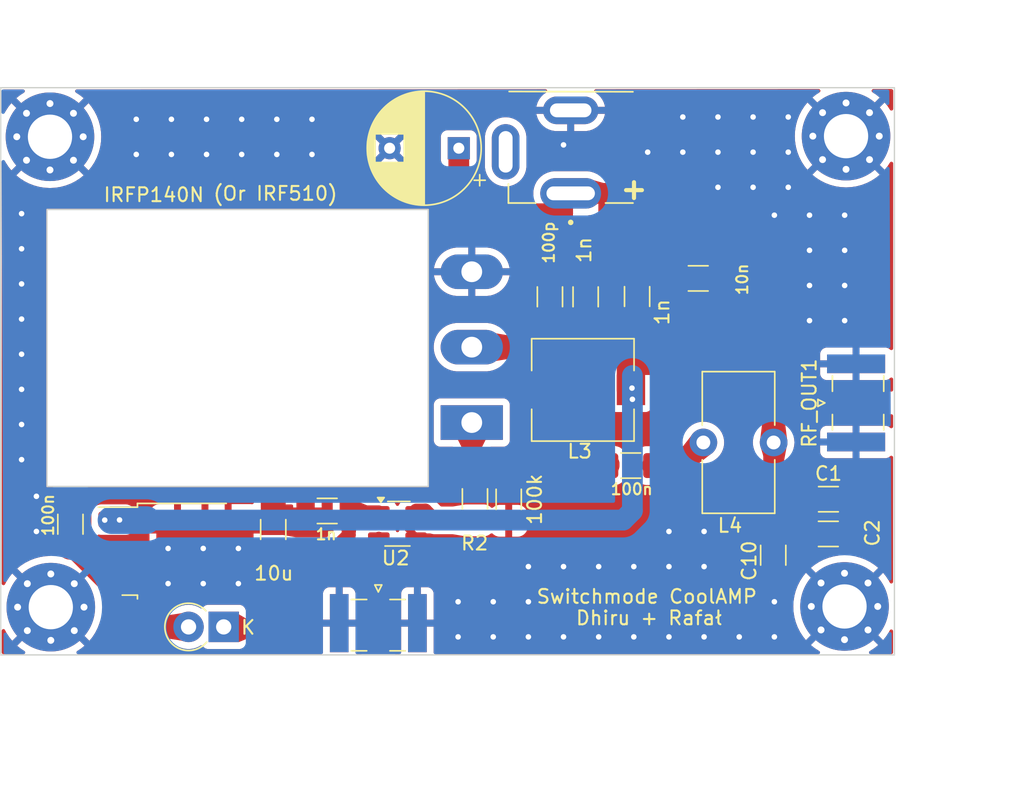
<source format=kicad_pcb>
(kicad_pcb (version 20240108) (generator "pcbnew") (generator_version "8.0")
  (layers (0 "F.Cu" signal) (31 "B.Cu" signal) (35 "F.Paste" user) (37 "F.SilkS" user "F.Silkscreen") (38 "B.Mask" user) (39 "F.Mask" user) (44 "Edge.Cuts" user))
  (net 0 "")
  (net 1 "GND")
  (net 2 "+VDC")
  (net 3 "Net-(Q1-G)")
  (net 4 "Net-(C7-Pad1)")
  (net 5 "/DRAIN")
  (net 6 "Net-(RF_OUT1-In)")
  (net 8 "Net-(D1-A)")
  (net 9 "11.5V")
  (net 10 "Net-(U2-OUT)")
  (net 11 "Net-(RF_IN1-In)")
  (footprint "Capacitor_SMD:C_1206_3216Metric_Pad1.33x1.80mm_HandSolder" (layer "F.Cu") (at 188.19 89.99 180)
    (property "Reference" "C7" (hide yes))
    (property "Value" "100n" (at -0.07 -1.71 0) (layer "F.SilkS") (effects (font (size 0.8 0.8))))
    (pad "1" smd roundrect (at -1.5625 0 180) (size 1.325 1.8) (layers "F.Cu" "F.Paste" "F.Mask") (roundrect_rratio 0.1886792453) (net 4 "Net-(C7-Pad1)"))
    (pad "2" smd roundrect (at 1.5625 0 180) (size 1.325 1.8) (layers "F.Cu" "F.Paste" "F.Mask") (roundrect_rratio 0.1886792453) (net 5 "/DRAIN"))
  )
  (footprint "Inductor_THT:L_Toroid_Vertical_L10.0mm_W5.0mm_P5.08mm" (layer "F.Cu") (at 193.44 88.32 90)
    (property "Reference" "L4" (at -6 1.92 180) (layer "F.SilkS"))
    (property "Value" "240n" (hide yes))
    (pad "1" thru_hole circle (at 0 0 90) (size 2 2) (drill 1) (layers "*.Cu" "*.Mask") (net 4 "Net-(C7-Pad1)"))
    (pad "2" thru_hole circle (at 0 5.08 90) (size 2 2) (drill 1) (layers "*.Cu" "*.Mask") (net 6 "Net-(RF_OUT1-In)"))
  )
  (footprint "MountingHole:MountingHole_3.2mm_M3_Pad_Via" (layer "F.Cu") (at 146.272944 100.222944)
    (property "Reference" "H3" (hide yes))
    (property "Value" "MountingHole_Pad" (hide yes))
    (pad "1" thru_hole circle (at -2.4 0) (size 0.8 0.8) (drill 0.5) (layers "*.Cu" "*.Mask") (net 1 "GND"))
    (pad "1" thru_hole circle (at -1.697056 -1.697056) (size 0.8 0.8) (drill 0.5) (layers "*.Cu" "*.Mask") (net 1 "GND"))
    (pad "1" thru_hole circle (at -1.697056 1.697056) (size 0.8 0.8) (drill 0.5) (layers "*.Cu" "*.Mask") (net 1 "GND"))
    (pad "1" thru_hole circle (at 0 -2.4) (size 0.8 0.8) (drill 0.5) (layers "*.Cu" "*.Mask") (net 1 "GND"))
    (pad "1" thru_hole circle (at 0 0) (size 6.4 6.4) (drill 3.2) (layers "*.Cu" "*.Mask") (net 1 "GND"))
    (pad "1" thru_hole circle (at 0 2.4) (size 0.8 0.8) (drill 0.5) (layers "*.Cu" "*.Mask") (net 1 "GND"))
    (pad "1" thru_hole circle (at 1.697056 -1.697056) (size 0.8 0.8) (drill 0.5) (layers "*.Cu" "*.Mask") (net 1 "GND"))
    (pad "1" thru_hole circle (at 1.697056 1.697056) (size 0.8 0.8) (drill 0.5) (layers "*.Cu" "*.Mask") (net 1 "GND"))
    (pad "1" thru_hole circle (at 2.4 0) (size 0.8 0.8) (drill 0.5) (layers "*.Cu" "*.Mask") (net 1 "GND"))
  )
  (footprint "Capacitor_SMD:C_1206_3216Metric_Pad1.33x1.80mm_HandSolder" (layer "F.Cu") (at 184.93 77.7925 -90)
    (property "Reference" "C17" (hide yes))
    (property "Value" "1n" (at -3.3825 0.11 90) (layer "F.SilkS"))
    (pad "1" smd roundrect (at -1.5625 0 270) (size 1.325 1.8) (layers "F.Cu" "F.Paste" "F.Mask") (roundrect_rratio 0.1886792453) (net 2 "+VDC"))
    (pad "2" smd roundrect (at 1.5625 0 270) (size 1.325 1.8) (layers "F.Cu" "F.Paste" "F.Mask") (roundrect_rratio 0.1886792453) (net 1 "GND"))
  )
  (footprint "Connector_Coaxial:SMA_Samtec_SMA-J-P-X-ST-EM1_EdgeMount" (layer "F.Cu") (at 204.4775 85.46 90)
    (property "Reference" "RF_OUT1" (at -0.02 -3.3775 90) (layer "F.SilkS"))
    (property "Value" "SMA" (hide yes))
    (pad "1" smd rect (at 0 0.2 90) (size 1.27 3.6) (layers "F.Cu" "F.Paste" "F.Mask") (net 6 "Net-(RF_OUT1-In)"))
    (pad "2" smd rect (at -2.825 0 90) (size 1.35 4.2) (layers "F.Cu" "F.Paste" "F.Mask") (net 1 "GND"))
    (pad "2" smd rect (at -2.825 0 90) (size 1.35 4.2) (layers "B.Cu" "B.Paste" "B.Mask") (net 1 "GND"))
    (pad "2" smd rect (at 2.825 0 90) (size 1.35 4.2) (layers "F.Cu" "F.Paste" "F.Mask") (net 1 "GND"))
    (pad "2" smd rect (at 2.825 0 90) (size 1.35 4.2) (layers "B.Cu" "B.Paste" "B.Mask") (net 1 "GND"))
  )
  (footprint "Capacitor_SMD:C_1206_3216Metric_Pad1.33x1.80mm_HandSolder" (layer "F.Cu") (at 188.65 77.77 -90)
    (property "Reference" "C14" (hide yes))
    (property "Value" "1n" (at 1.13 -1.81 90) (layer "F.SilkS"))
    (pad "1" smd roundrect (at -1.5625 0 270) (size 1.325 1.8) (layers "F.Cu" "F.Paste" "F.Mask") (roundrect_rratio 0.1886792453) (net 2 "+VDC"))
    (pad "2" smd roundrect (at 1.5625 0 270) (size 1.325 1.8) (layers "F.Cu" "F.Paste" "F.Mask") (roundrect_rratio 0.1886792453) (net 1 "GND"))
  )
  (footprint "footprints:XKB_DC-005-5A-2.0_Modded" (layer "F.Cu") (at 183.85 64.3125 -90)
    (property "Reference" "Power1" (hide yes))
    (property "Value" "DC-005 (Barrel Jack)" (hide yes))
    (pad "1" thru_hole oval (at 6 0 270) (size 2.2 4.4) (drill oval 1 3.5) (layers "*.Cu" "*.Mask") (net 2 "+VDC"))
    (pad "2" thru_hole oval (at 0 0 270) (size 2 4) (drill oval 1 3) (layers "*.Cu" "*.Mask") (net 1 "GND"))
    (pad "3" thru_hole oval (at 3 4.7 270) (size 4 2) (drill oval 3 1) (layers "*.Cu" "*.Mask"))
  )
  (footprint "Capacitor_THT:CP_Radial_D8.0mm_P5.00mm" (layer "F.Cu") (at 175.762651 67.05 180)
    (property "Reference" "C15" (hide yes))
    (property "Value" "330u")
    (pad "1" thru_hole rect (at 0 0 180) (size 1.6 1.6) (drill 0.8) (layers "*.Cu" "*.Mask") (net 2 "+VDC"))
    (pad "2" thru_hole circle (at 5 0 180) (size 1.6 1.6) (drill 0.8) (layers "*.Cu" "*.Mask") (net 1 "GND"))
  )
  (footprint "Capacitor_SMD:C_1206_3216Metric_Pad1.33x1.80mm_HandSolder" (layer "F.Cu") (at 162.35 94.61 90)
    (property "Reference" "C9" (hide yes))
    (property "Value" "10u" (at -3.17 0.04 0) (layer "F.SilkS"))
    (pad "1" smd roundrect (at -1.5625 0 90) (size 1.325 1.8) (layers "F.Cu" "F.Paste" "F.Mask") (roundrect_rratio 0.1886792453) (net 9 "11.5V"))
    (pad "2" smd roundrect (at 1.5625 0 90) (size 1.325 1.8) (layers "F.Cu" "F.Paste" "F.Mask") (roundrect_rratio 0.1886792453) (net 1 "GND"))
  )
  (footprint "Capacitor_SMD:C_1206_3216Metric_Pad1.33x1.80mm_HandSolder" (layer "F.Cu") (at 166.25 93.27 180)
    (property "Reference" "C4" (hide yes))
    (property "Value" "1n" (at 0.0775 -1.69 0) (layer "F.SilkS") (effects (font (size 0.8 0.8))))
    (pad "1" smd roundrect (at -1.5625 0 180) (size 1.325 1.8) (layers "F.Cu" "F.Paste" "F.Mask") (roundrect_rratio 0.1886792453) (net 9 "11.5V"))
    (pad "2" smd roundrect (at 1.5625 0 180) (size 1.325 1.8) (layers "F.Cu" "F.Paste" "F.Mask") (roundrect_rratio 0.1886792453) (net 1 "GND"))
  )
  (footprint "footprints:TO-252-2-Longer" (layer "F.Cu") (at 155.845 96.175)
    (property "Reference" "U1" (hide yes))
    (property "Value" "78M12" (hide yes))
    (pad "1" smd roundrect (at -5.04 -2.28) (size 2.2 1.2) (layers "F.Cu" "F.Paste" "F.Mask") (roundrect_rratio 0.2083333333) (net 2 "+VDC"))
    (pad "2" smd roundrect (at -0.415 -1.525) (size 3.05 2.75) (layers "F.Cu" "F.Paste") (roundrect_rratio 0.09090909091) (net 1 "GND"))
    (pad "2" smd roundrect (at -0.415 1.525) (size 3.05 2.75) (layers "F.Cu" "F.Paste") (roundrect_rratio 0.09090909091) (net 1 "GND"))
    (pad "2" smd roundrect (at 1.57 0) (size 7.02 5.8) (layers "F.Cu" "F.Mask") (roundrect_rratio 0.04310293103) (net 1 "GND"))
    (pad "2" smd roundrect (at 3.245 -1.525) (size 3.67 2.75) (layers "F.Cu" "F.Paste") (roundrect_rratio 0.09090909091) (net 1 "GND"))
    (pad "2" smd roundrect (at 3.245 1.525) (size 3.67 2.75) (layers "F.Cu" "F.Paste") (roundrect_rratio 0.09090909091) (net 1 "GND"))
    (pad "3" smd roundrect (at -5.04 2.28) (size 2.2 1.2) (layers "F.Cu" "F.Paste" "F.Mask") (roundrect_rratio 0.2083333333) (net 8 "Net-(D1-A)"))
  )
  (footprint "MountingHole:MountingHole_3.2mm_M3_Pad_Via" (layer "F.Cu") (at 203.642944 100.172944)
    (property "Reference" "H4" (hide yes))
    (property "Value" "MountingHole_Pad" (hide yes))
    (pad "1" thru_hole circle (at -2.4 0) (size 0.8 0.8) (drill 0.5) (layers "*.Cu" "*.Mask") (net 1 "GND"))
    (pad "1" thru_hole circle (at -1.697056 -1.697056) (size 0.8 0.8) (drill 0.5) (layers "*.Cu" "*.Mask") (net 1 "GND"))
    (pad "1" thru_hole circle (at -1.697056 1.697056) (size 0.8 0.8) (drill 0.5) (layers "*.Cu" "*.Mask") (net 1 "GND"))
    (pad "1" thru_hole circle (at 0 -2.4) (size 0.8 0.8) (drill 0.5) (layers "*.Cu" "*.Mask") (net 1 "GND"))
    (pad "1" thru_hole circle (at 0 0) (size 6.4 6.4) (drill 3.2) (layers "*.Cu" "*.Mask") (net 1 "GND"))
    (pad "1" thru_hole circle (at 0 2.4) (size 0.8 0.8) (drill 0.5) (layers "*.Cu" "*.Mask") (net 1 "GND"))
    (pad "1" thru_hole circle (at 1.697056 -1.697056) (size 0.8 0.8) (drill 0.5) (layers "*.Cu" "*.Mask") (net 1 "GND"))
    (pad "1" thru_hole circle (at 1.697056 1.697056) (size 0.8 0.8) (drill 0.5) (layers "*.Cu" "*.Mask") (net 1 "GND"))
    (pad "1" thru_hole circle (at 2.4 0) (size 0.8 0.8) (drill 0.5) (layers "*.Cu" "*.Mask") (net 1 "GND"))
  )
  (footprint "Capacitor_SMD:C_1206_3216Metric_Pad1.33x1.80mm_HandSolder" (layer "F.Cu") (at 202.48 92.42)
    (property "Reference" "C1" (at 0 -1.85 0) (layer "F.SilkS"))
    (property "Value" "470p" (hide yes))
    (pad "1" smd roundrect (at -1.5625 0) (size 1.325 1.8) (layers "F.Cu" "F.Paste" "F.Mask") (roundrect_rratio 0.1886792453) (net 6 "Net-(RF_OUT1-In)"))
    (pad "2" smd roundrect (at 1.5625 0) (size 1.325 1.8) (layers "F.Cu" "F.Paste" "F.Mask") (roundrect_rratio 0.1886792453) (net 1 "GND"))
  )
  (footprint "Connector_Coaxial:SMA_Samtec_SMA-J-P-X-ST-EM1_EdgeMount" (layer "F.Cu") (at 169.945 101.38)
    (property "Reference" "RF_IN1" (hide yes))
    (property "Value" "SMA" (hide yes))
    (pad "1" smd rect (at 0 0.2) (size 1.27 3.6) (layers "F.Cu" "F.Paste" "F.Mask") (net 11 "Net-(RF_IN1-In)"))
    (pad "2" smd rect (at -2.825 0) (size 1.35 4.2) (layers "F.Cu" "F.Paste" "F.Mask") (net 1 "GND"))
    (pad "2" smd rect (at -2.825 0) (size 1.35 4.2) (layers "B.Cu" "B.Paste" "B.Mask") (net 1 "GND"))
    (pad "2" smd rect (at 2.825 0) (size 1.35 4.2) (layers "F.Cu" "F.Paste" "F.Mask") (net 1 "GND"))
    (pad "2" smd rect (at 2.825 0) (size 1.35 4.2) (layers "B.Cu" "B.Paste" "B.Mask") (net 1 "GND"))
  )
  (footprint "footprints:TO-247-3_Horizontal_TabDown_Modded" (layer "F.Cu") (at 176.7 86.88 90)
    (property "Reference" "Q1" (hide yes))
    (property "Value" "IRFP140N" (at 16.46 -22.98 180) (layer "F.SilkS"))
    (pad "" np_thru_hole oval (at 5.45 -19.86 90) (size 3.6 3.6) (drill 3.6) (layers "*.Cu" "*.Mask"))
    (pad "1" thru_hole rect (at 0 0 90) (size 2.5 4.5) (drill 1.5) (layers "*.Cu" "*.Mask") (net 3 "Net-(Q1-G)"))
    (pad "2" thru_hole oval (at 5.45 0 90) (size 2.5 4.5) (drill 1.5) (layers "*.Cu" "*.Mask") (net 5 "/DRAIN"))
    (pad "3" thru_hole oval (at 10.9 0 90) (size 2.5 4.5) (drill 1.5) (layers "*.Cu" "*.Mask") (net 1 "GND"))
  )
  (footprint "Capacitor_SMD:C_1206_3216Metric_Pad1.33x1.80mm_HandSolder" (layer "F.Cu") (at 182.35 77.79 90)
    (property "Reference" "C3" (hide yes))
    (property "Value" "100p" (at 3.92 -0.08 90) (layer "F.SilkS") (effects (font (size 0.8 0.8))))
    (pad "1" smd roundrect (at -1.5625 0 90) (size 1.325 1.8) (layers "F.Cu" "F.Paste" "F.Mask") (roundrect_rratio 0.1886792453) (net 5 "/DRAIN"))
    (pad "2" smd roundrect (at 1.5625 0 90) (size 1.325 1.8) (layers "F.Cu" "F.Paste" "F.Mask") (roundrect_rratio 0.1886792453) (net 1 "GND"))
  )
  (footprint "Diode_THT:D_DO-41_SOD81_P2.54mm_Vertical_KathodeUp" (layer "F.Cu") (at 158.768234 101.65 180)
    (property "Reference" "D1" (hide yes))
    (property "Value" "1N4007" (hide yes))
    (fp_text user "K" (at -1.761766 -0.04 180) (layer "F.SilkS"))
    (pad "1" thru_hole rect (at 0 0 180) (size 2.2 2.2) (drill 1.1) (layers "*.Cu" "*.Mask") (net 9 "11.5V"))
    (pad "2" thru_hole oval (at 2.54 0 180) (size 2.2 2.2) (drill 1.1) (layers "*.Cu" "*.Mask") (net 8 "Net-(D1-A)"))
  )
  (footprint "Package_TO_SOT_SMD:SOT-23-5_HandSoldering" (layer "F.Cu") (at 171.33 94.1925)
    (property "Reference" "U2" (at -0.13 2.4875 0) (layer "F.SilkS"))
    (property "Value" "UCC27517DBVR" (hide yes))
    (pad "1" smd roundrect (at -1.35 -0.95) (size 1.56 0.65) (layers "F.Cu" "F.Paste" "F.Mask") (net 9 "11.5V"))
    (pad "2" smd roundrect (at -1.35 0) (size 1.56 0.65) (layers "F.Cu" "F.Paste" "F.Mask") (net 1 "GND"))
    (pad "3" smd roundrect (at -1.35 0.95) (size 1.56 0.65) (layers "F.Cu" "F.Paste" "F.Mask") (net 11 "Net-(RF_IN1-In)"))
    (pad "4" smd roundrect (at 1.35 0.95) (size 1.56 0.65) (layers "F.Cu" "F.Paste" "F.Mask") (net 1 "GND"))
    (pad "5" smd roundrect (at 1.35 -0.95) (size 1.56 0.65) (layers "F.Cu" "F.Paste" "F.Mask") (net 10 "Net-(U2-OUT)"))
  )
  (footprint "Capacitor_SMD:C_1206_3216Metric_Pad1.33x1.80mm_HandSolder" (layer "F.Cu") (at 193.07 76.46)
    (property "Reference" "C6" (hide yes))
    (property "Value" "10n" (at 3.18 0.07 90) (layer "F.SilkS") (effects (font (size 0.8 0.8))))
    (pad "1" smd roundrect (at -1.5625 0) (size 1.325 1.8) (layers "F.Cu" "F.Paste" "F.Mask") (roundrect_rratio 0.1886792453) (net 2 "+VDC"))
    (pad "2" smd roundrect (at 1.5625 0) (size 1.325 1.8) (layers "F.Cu" "F.Paste" "F.Mask") (roundrect_rratio 0.1886792453) (net 1 "GND"))
  )
  (footprint "MountingHole:MountingHole_3.2mm_M3_Pad_Via" (layer "F.Cu") (at 146.212944 66.222944)
    (property "Reference" "H1" (hide yes))
    (property "Value" "MountingHole_Pad" (hide yes))
    (pad "1" thru_hole circle (at -2.4 0) (size 0.8 0.8) (drill 0.5) (layers "*.Cu" "*.Mask") (net 1 "GND"))
    (pad "1" thru_hole circle (at -1.697056 -1.697056) (size 0.8 0.8) (drill 0.5) (layers "*.Cu" "*.Mask") (net 1 "GND"))
    (pad "1" thru_hole circle (at -1.697056 1.697056) (size 0.8 0.8) (drill 0.5) (layers "*.Cu" "*.Mask") (net 1 "GND"))
    (pad "1" thru_hole circle (at 0 -2.4) (size 0.8 0.8) (drill 0.5) (layers "*.Cu" "*.Mask") (net 1 "GND"))
    (pad "1" thru_hole circle (at 0 0) (size 6.4 6.4) (drill 3.2) (layers "*.Cu" "*.Mask") (net 1 "GND"))
    (pad "1" thru_hole circle (at 0 2.4) (size 0.8 0.8) (drill 0.5) (layers "*.Cu" "*.Mask") (net 1 "GND"))
    (pad "1" thru_hole circle (at 1.697056 -1.697056) (size 0.8 0.8) (drill 0.5) (layers "*.Cu" "*.Mask") (net 1 "GND"))
    (pad "1" thru_hole circle (at 1.697056 1.697056) (size 0.8 0.8) (drill 0.5) (layers "*.Cu" "*.Mask") (net 1 "GND"))
    (pad "1" thru_hole circle (at 2.4 0) (size 0.8 0.8) (drill 0.5) (layers "*.Cu" "*.Mask") (net 1 "GND"))
  )
  (footprint "Capacitor_SMD:C_1206_3216Metric_Pad1.33x1.80mm_HandSolder" (layer "F.Cu") (at 202.4725 94.93)
    (property "Reference" "C2" (at 3.1875 -0.07 90) (layer "F.SilkS"))
    (property "Value" "Trim" (hide yes))
    (pad "1" smd roundrect (at -1.5625 0) (size 1.325 1.8) (layers "F.Cu" "F.Paste" "F.Mask") (roundrect_rratio 0.1886792453) (net 6 "Net-(RF_OUT1-In)"))
    (pad "2" smd roundrect (at 1.5625 0) (size 1.325 1.8) (layers "F.Cu" "F.Paste" "F.Mask") (roundrect_rratio 0.1886792453) (net 1 "GND"))
  )
  (footprint "Capacitor_SMD:C_1206_3216Metric_Pad1.33x1.80mm_HandSolder" (layer "F.Cu") (at 147.69 94.23 90)
    (property "Reference" "C8" (hide yes))
    (property "Value" "100n" (at 0.66 -1.61 270) (layer "F.SilkS") (effects (font (size 0.8 0.8))))
    (pad "1" smd roundrect (at -1.5625 0 90) (size 1.325 1.8) (layers "F.Cu" "F.Paste" "F.Mask") (roundrect_rratio 0.1886792453) (net 8 "Net-(D1-A)"))
    (pad "2" smd roundrect (at 1.5625 0 90) (size 1.325 1.8) (layers "F.Cu" "F.Paste" "F.Mask") (roundrect_rratio 0.1886792453) (net 1 "GND"))
  )
  (footprint "Capacitor_SMD:C_1206_3216Metric_Pad1.33x1.80mm_HandSolder" (layer "F.Cu") (at 198.49 96.47 -90)
    (property "Reference" "C10" (at 0.4 1.74 90) (layer "F.SilkS"))
    (property "Value" "Trim" (hide yes))
    (pad "1" smd roundrect (at -1.5625 0 270) (size 1.325 1.8) (layers "F.Cu" "F.Paste" "F.Mask") (roundrect_rratio 0.1886792453) (net 6 "Net-(RF_OUT1-In)"))
    (pad "2" smd roundrect (at 1.5625 0 270) (size 1.325 1.8) (layers "F.Cu" "F.Paste" "F.Mask") (roundrect_rratio 0.1886792453) (net 1 "GND"))
  )
  (footprint "MountingHole:MountingHole_3.2mm_M3_Pad_Via" (layer "F.Cu") (at 203.752944 66.177944)
    (property "Reference" "H2" (hide yes))
    (property "Value" "MountingHole_Pad" (hide yes))
    (pad "1" thru_hole circle (at -2.4 0) (size 0.8 0.8) (drill 0.5) (layers "*.Cu" "*.Mask") (net 1 "GND"))
    (pad "1" thru_hole circle (at -1.697056 -1.697056) (size 0.8 0.8) (drill 0.5) (layers "*.Cu" "*.Mask") (net 1 "GND"))
    (pad "1" thru_hole circle (at -1.697056 1.697056) (size 0.8 0.8) (drill 0.5) (layers "*.Cu" "*.Mask") (net 1 "GND"))
    (pad "1" thru_hole circle (at 0 -2.4) (size 0.8 0.8) (drill 0.5) (layers "*.Cu" "*.Mask") (net 1 "GND"))
    (pad "1" thru_hole circle (at 0 0) (size 6.4 6.4) (drill 3.2) (layers "*.Cu" "*.Mask") (net 1 "GND"))
    (pad "1" thru_hole circle (at 0 2.4) (size 0.8 0.8) (drill 0.5) (layers "*.Cu" "*.Mask") (net 1 "GND"))
    (pad "1" thru_hole circle (at 1.697056 -1.697056) (size 0.8 0.8) (drill 0.5) (layers "*.Cu" "*.Mask") (net 1 "GND"))
    (pad "1" thru_hole circle (at 1.697056 1.697056) (size 0.8 0.8) (drill 0.5) (layers "*.Cu" "*.Mask") (net 1 "GND"))
    (pad "1" thru_hole circle (at 2.4 0) (size 0.8 0.8) (drill 0.5) (layers "*.Cu" "*.Mask") (net 1 "GND"))
  )
  (footprint "Resistor_SMD:R_1206_3216Metric_Pad1.30x1.75mm_HandSolder" (layer "F.Cu") (at 176.93 92.4 -90)
    (property "Reference" "R2" (at 3.2 0.025 180) (layer "F.SilkS"))
    (property "Value" "3.3" (hide yes))
    (pad "1" smd roundrect (at -1.55 0 270) (size 1.3 1.75) (layers "F.Cu" "F.Paste" "F.Mask") (roundrect_rratio 0.1923076923) (net 3 "Net-(Q1-G)"))
    (pad "2" smd roundrect (at 1.55 0 270) (size 1.3 1.75) (layers "F.Cu" "F.Paste" "F.Mask") (roundrect_rratio 0.1923076923) (net 10 "Net-(U2-OUT)"))
  )
  (footprint "Resistor_SMD:R_1206_3216Metric_Pad1.30x1.75mm_HandSolder" (layer "F.Cu") (at 179.37 92.43 -90)
    (property "Reference" "R3" (hide yes))
    (property "Value" "100k" (at 0 -1.88 90) (layer "F.SilkS"))
    (pad "1" smd roundrect (at -1.55 0 270) (size 1.3 1.75) (layers "F.Cu" "F.Paste" "F.Mask") (roundrect_rratio 0.1923076923) (net 3 "Net-(Q1-G)"))
    (pad "2" smd roundrect (at 1.55 0 270) (size 1.3 1.75) (layers "F.Cu" "F.Paste" "F.Mask") (roundrect_rratio 0.1923076923) (net 1 "GND"))
  )
  (footprint "Inductor_SMD:L_7.3x7.3_H3.5" (layer "F.Cu") (at 184.73 84.52 180)
    (property "Reference" "L3" (at 0.23 -4.44 0) (layer "F.SilkS"))
    (property "Value" "ASPI-0630LR-2R2" (hide yes))
    (pad "1" smd rect (at -3.475 0 180) (size 2.05 2.2) (layers "F.Cu" "F.Paste" "F.Mask") (net 2 "+VDC"))
    (pad "2" smd rect (at 3.475 0 180) (size 2.05 2.2) (layers "F.Cu" "F.Paste" "F.Mask") (net 5 "/DRAIN"))
  )
  (gr_rect (start 142.65 62.675) (end 207.25 103.675) (stroke (width 0.1)) (fill none) (layer "Edge.Cuts"))
  (gr_rect (start 146 71.48) (end 173.55 91.5) (stroke (width 0.1)) (fill none) (layer "Edge.Cuts"))
  (gr_text "+" (at 187.3 70.85 0) (layer "F.SilkS") (effects (font (size 1.5 1.5) (thickness 0.3) (bold yes)) (justify left bottom)))
  (gr_text "(Or IRF510)" (at 157.93 70.91 0) (layer "F.SilkS") (effects (font (size 1 1)) (justify left bottom)))
  (gr_text "Dhiru + Rafał" (at 184.14 101.59 0) (layer "F.SilkS") (effects (font (size 1 1)) (justify left bottom)))
  (gr_text "Switchmode CoolAMP\n" (at 181.3 100.04 0) (layer "F.SilkS") (effects (font (size 1 1)) (justify left bottom)))
  (segment (start 171.73 94.1925) (end 172.68 95.1425) (width 0.5) (layer "F.Cu") (net 1))
  (segment (start 169.98 94.1925) (end 171.73 94.1925) (width 0.5) (layer "F.Cu") (net 1))
  (via (at 160.07 64.96) (size 0.8) (drill 0.4) (layers "F.Cu" "B.Cu") (net 1))
  (via (at 188.412114 102.37175) (size 0.8) (drill 0.4) (layers "F.Cu" "B.Cu") (net 1))
  (via (at 193.492114 97.29175) (size 0.8) (drill 0.4) (layers "F.Cu" "B.Cu") (net 1))
  (via (at 203.652114 76.97175) (size 0.8) (drill 0.4) (layers "F.Cu" "B.Cu") (net 1))
  (via (at 201.112114 79.51175) (size 0.8) (drill 0.4) (layers "F.Cu" "B.Cu") (net 1))
  (via (at 162.61 64.96) (size 0.8) (drill 0.4) (layers "F.Cu" "B.Cu") (net 1))
  (via (at 190.952114 102.37175) (size 0.8) (drill 0.4) (layers "F.Cu" "B.Cu") (net 1))
  (via (at 152.45 64.96) (size 0.8) (drill 0.4) (layers "F.Cu" "B.Cu") (net 1))
  (via (at 145.232114 92.21175) (size 0.8) (drill 0.4) (layers "F.Cu" "B.Cu") (net 1))
  (via (at 203.652114 74.43175) (size 0.8) (drill 0.4) (layers "F.Cu" "B.Cu") (net 1))
  (via (at 194.495 64.795) (size 0.8) (drill 0.4) (layers "F.Cu" "B.Cu") (net 1))
  (via (at 154.75 98.52) (size 0.8) (drill 0.4) (layers "F.Cu" "B.Cu") (net 1))
  (via (at 201.112114 74.43175) (size 0.8) (drill 0.4) (layers "F.Cu" "B.Cu") (net 1))
  (via (at 175.712114 102.37175) (size 0.8) (drill 0.4) (layers "F.Cu" "B.Cu") (net 1))
  (via (at 194.495 67.335) (size 0.8) (drill 0.4) (layers "F.Cu" "B.Cu") (net 1))
  (via (at 178.252114 99.83175) (size 0.8) (drill 0.4) (layers "F.Cu" "B.Cu") (net 1))
  (via (at 180.792114 102.37175) (size 0.8) (drill 0.4) (layers "F.Cu" "B.Cu") (net 1))
  (via (at 157.53 64.96) (size 0.8) (drill 0.4) (layers "F.Cu" "B.Cu") (net 1))
  (via (at 152.45 67.5) (size 0.8) (drill 0.4) (layers "F.Cu" "B.Cu") (net 1))
  (via (at 197.035 67.335) (size 0.8) (drill 0.4) (layers "F.Cu" "B.Cu") (net 1))
  (via (at 201.112114 76.97175) (size 0.8) (drill 0.4) (layers "F.Cu" "B.Cu") (net 1))
  (via (at 154.99 67.5) (size 0.8) (drill 0.4) (layers "F.Cu" "B.Cu") (net 1))
  (via (at 198.572114 71.89175) (size 0.8) (drill 0.4) (layers "F.Cu" "B.Cu") (net 1))
  (via (at 157.29 95.98) (size 0.8) (drill 0.4) (layers "F.Cu" "B.Cu") (net 1))
  (via (at 144.16 81.94) (size 0.8) (drill 0.4) (layers "F.Cu" "B.Cu") (net 1))
  (via (at 180.792114 97.29175) (size 0.8) (drill 0.4) (layers "F.Cu" "B.Cu") (net 1))
  (via (at 144.16 71.78) (size 0.8) (drill 0.4) (layers "F.Cu" "B.Cu") (net 1))
  (via (at 165.15 67.5) (size 0.8) (drill 0.4) (layers "F.Cu" "B.Cu") (net 1))
  (via (at 144.16 89.56) (size 0.8) (drill 0.4) (layers "F.Cu" "B.Cu") (net 1))
  (via (at 199.575 64.795) (size 0.8) (drill 0.4) (layers "F.Cu" "B.Cu") (net 1))
  (via (at 165.15 64.96) (size 0.8) (drill 0.4) (layers "F.Cu" "B.Cu") (net 1))
  (via (at 201.112114 71.89175) (size 0.8) (drill 0.4) (layers "F.Cu" "B.Cu") (net 1))
  (via (at 190.952114 97.29175) (size 0.8) (drill 0.4) (layers "F.Cu" "B.Cu") (net 1))
  (via (at 183.332114 102.37175) (size 0.8) (drill 0.4) (layers "F.Cu" "B.Cu") (net 1))
  (via (at 193.492114 102.37175) (size 0.8) (drill 0.4) (layers "F.Cu" "B.Cu") (net 1))
  (via (at 196.032114 102.37175) (size 0.8) (drill 0.4) (layers "F.Cu" "B.Cu") (net 1))
  (via (at 189.415 67.335) (size 0.8) (drill 0.4) (layers "F.Cu" "B.Cu") (net 1))
  (via (at 198.572114 99.83175) (size 0.8) (drill 0.4) (layers "F.Cu" "B.Cu") (net 1))
  (via (at 162.61 67.5) (size 0.8) (drill 0.4) (layers "F.Cu" "B.Cu") (net 1))
  (via (at 185.872114 97.29175) (size 0.8) (drill 0.4) (layers "F.Cu" "B.Cu") (net 1))
  (via (at 154.99 64.96) (size 0.8) (drill 0.4) (layers "F.Cu" "B.Cu") (net 1))
  (via (at 157.29 98.52) (size 0.8) (drill 0.4) (layers "F.Cu" "B.Cu") (net 1))
  (via (at 199.575 69.875) (size 0.8) (drill 0.4) (layers "F.Cu" "B.Cu") (net 1))
  (via (at 190.952114 94.75175) (size 0.8) (drill 0.4) (layers "F.Cu" "B.Cu") (net 1))
  (via (at 194.495 69.875) (size 0.8) (drill 0.4) (layers "F.Cu" "B.Cu") (net 1))
  (via (at 160.07 67.5) (size 0.8) (drill 0.4) (layers "F.Cu" "B.Cu") (net 1))
  (via (at 144.16 79.4) (size 0.8) (drill 0.4) (layers "F.Cu" "B.Cu") (net 1))
  (via (at 197.035 69.875) (size 0.8) (drill 0.4) (layers "F.Cu" "B.Cu") (net 1))
  (via (at 144.16 74.32) (size 0.8) (drill 0.4) (layers "F.Cu" "B.Cu") (net 1))
  (via (at 203.652114 79.51175) (size 0.8) (drill 0.4) (layers "F.Cu" "B.Cu") (net 1))
  (via (at 191.955 67.335) (size 0.8) (drill 0.4) (layers "F.Cu" "B.Cu") (net 1))
  (via (at 180.792114 99.83175) (size 0.8) (drill 0.4) (layers "F.Cu" "B.Cu") (net 1))
  (via (at 183.332114 66.81175) (size 0.8) (drill 0.4) (layers "F.Cu" "B.Cu") (net 1))
  (via (at 157.53 67.5) (size 0.8) (drill 0.4) (layers "F.Cu" "B.Cu") (net 1))
  (via (at 154.75 95.98) (size 0.8) (drill 0.4) (layers "F.Cu" "B.Cu") (net 1))
  (via (at 193.492114 94.75175) (size 0.8) (drill 0.4) (layers "F.Cu" "B.Cu") (net 1))
  (via (at 145.232114 94.75175) (size 0.8) (drill 0.4) (layers "F.Cu" "B.Cu") (net 1))
  (via (at 144.16 76.86) (size 0.8) (drill 0.4) (layers "F.Cu" "B.Cu") (net 1))
  (via (at 159.83 98.52) (size 0.8) (drill 0.4) (layers "F.Cu" "B.Cu") (net 1))
  (via (at 203.652114 71.89175) (size 0.8) (drill 0.4) (layers "F.Cu" "B.Cu") (net 1))
  (via (at 197.035 64.795) (size 0.8) (drill 0.4) (layers "F.Cu" "B.Cu") (net 1))
  (via (at 178.252114 102.37175) (size 0.8) (drill 0.4) (layers "F.Cu" "B.Cu") (net 1))
  (via (at 144.16 87.02) (size 0.8) (drill 0.4) (layers "F.Cu" "B.Cu") (net 1))
  (via (at 175.712114 99.83175) (size 0.8) (drill 0.4) (layers "F.Cu" "B.Cu") (net 1))
  (via (at 159.83 95.98) (size 0.8) (drill 0.4) (layers "F.Cu" "B.Cu") (net 1))
  (via (at 191.955 64.795) (size 0.8) (drill 0.4) (layers "F.Cu" "B.Cu") (net 1))
  (via (at 199.575 67.335) (size 0.8) (drill 0.4) (layers "F.Cu" "B.Cu") (net 1))
  (via (at 144.16 84.48) (size 0.8) (drill 0.4) (layers "F.Cu" "B.Cu") (net 1))
  (via (at 188.412114 97.29175) (size 0.8) (drill 0.4) (layers "F.Cu" "B.Cu") (net 1))
  (via (at 183.332114 97.29175) (size 0.8) (drill 0.4) (layers "F.Cu" "B.Cu") (net 1))
  (via (at 198.572114 102.37175) (size 0.8) (drill 0.4) (layers "F.Cu" "B.Cu") (net 1))
  (via (at 185.872114 102.37175) (size 0.8) (drill 0.4) (layers "F.Cu" "B.Cu") (net 1))
  (segment (start 191.255 76.2075) (end 191.5075 76.46) (width 1.5) (layer "F.Cu") (net 2))
  (segment (start 186.6 70.3525) (end 186.6 76.23) (width 1.5) (layer "F.Cu") (net 2))
  (segment (start 175.762651 67.05) (end 175.762651 71.262651) (width 1.5) (layer "F.Cu") (net 2))
  (segment (start 188.65 76.2075) (end 191.255 76.2075) (width 1.5) (layer "F.Cu") (net 2))
  (segment (start 191.5075 82.52) (end 191.3375 82.69) (width 1.5) (layer "F.Cu") (net 2))
  (segment (start 186.6 76.23) (end 187.47 76.23) (width 1.5) (layer "F.Cu") (net 2))
  (segment (start 183.27 70.8925) (end 183.85 70.3125) (width 1.5) (layer "F.Cu") (net 2))
  (segment (start 191.5075 76.46) (end 191.5075 82.52) (width 1.5) (layer "F.Cu") (net 2))
  (segment (start 183.27 71.79) (end 176.29 71.79) (width 1.5) (layer "F.Cu") (net 2))
  (segment (start 187.47 76.23) (end 187.5 76.2) (width 1.5) (layer "F.Cu") (net 2))
  (segment (start 187.47 76.23) (end 188.6275 76.23) (width 1.5) (layer "F.Cu") (net 2))
  (segment (start 187.93 82.69) (end 187.93 84.52) (width 1.5) (layer "F.Cu") (net 2))
  (segment (start 186.56 70.3125) (end 186.6 70.3525) (width 1.5) (layer "F.Cu") (net 2))
  (segment (start 175.762651 71.262651) (end 176.29 71.79) (width 1.5) (layer "F.Cu") (net 2))
  (segment (start 183.85 70.3125) (end 186.56 70.3125) (width 1.5) (layer "F.Cu") (net 2))
  (segment (start 183.27 71.79) (end 183.27 70.8925) (width 1.5) (layer "F.Cu") (net 2))
  (segment (start 184.93 76.23) (end 186.6 76.23) (width 1.5) (layer "F.Cu") (net 2))
  (segment (start 191.3375 82.69) (end 187.93 82.69) (width 1.5) (layer "F.Cu") (net 2))
  (via (at 188.31 85.2) (size 0.8) (drill 0.4) (layers "F.Cu" "B.Cu") (net 2))
  (via (at 188.28 84.39) (size 0.8) (drill 0.4) (layers "F.Cu" "B.Cu") (net 2))
  (via (at 151.24 93.92) (size 0.8) (drill 0.4) (layers "F.Cu" "B.Cu") (net 2))
  (via (at 150.17 93.93) (size 0.8) (drill 0.4) (layers "F.Cu" "B.Cu") (net 2))
  (segment (start 188.31 93.26175) (end 188.31 83.48) (width 1.5) (layer "B.Cu") (net 2))
  (segment (start 188.31 85.2) (end 188.31 93.26175) (width 1) (layer "B.Cu") (net 2))
  (segment (start 188.31 84.54) (end 188.28 84.39) (width 1) (layer "B.Cu") (net 2))
  (segment (start 153.19 93.93) (end 150.66 93.93) (width 2) (layer "B.Cu") (net 2))
  (segment (start 188.28 84.39) (end 188.31 85.2) (width 1) (layer "B.Cu") (net 2))
  (segment (start 153.19 93.93) (end 187.64175 93.93) (width 1.5) (layer "B.Cu") (net 2))
  (segment (start 187.64175 93.93) (end 188.31 93.26175) (width 1.5) (layer "B.Cu") (net 2))
  (segment (start 176.7 90.5) (end 177 90.8) (width 1) (layer "F.Cu") (net 3))
  (segment (start 176.93 90.85) (end 179.34 90.85) (width 1) (layer "F.Cu") (net 3))
  (segment (start 176.7 86.88) (end 176.7 90.5) (width 1) (layer "F.Cu") (net 3))
  (segment (start 191.77 89.99) (end 193.44 88.32) (width 1.5) (layer "F.Cu") (net 4))
  (segment (start 189.7525 89.99) (end 191.77 89.99) (width 1.5) (layer "F.Cu") (net 4))
  (segment (start 176.7 81.43) (end 181.44 81.43) (width 1.5) (layer "F.Cu") (net 5))
  (segment (start 182.35 79.3525) (end 181.8775 79.3525) (width 1.5) (layer "F.Cu") (net 5))
  (segment (start 181.53 81.52) (end 181.53 84.52) (width 1.5) (layer "F.Cu") (net 5))
  (segment (start 181.44 81.43) (end 181.53 81.52) (width 1.5) (layer "F.Cu") (net 5))
  (segment (start 186.6275 89.8925) (end 181.255 84.52) (width 1.5) (layer "F.Cu") (net 5))
  (segment (start 181.8775 79.3525) (end 181.53 79.7) (width 1.5) (layer "F.Cu") (net 5))
  (segment (start 181.53 79.7) (end 181.53 84.52) (width 1.5) (layer "F.Cu") (net 5))
  (segment (start 186.6275 89.99) (end 186.6275 89.8925) (width 1.5) (layer "F.Cu") (net 5))
  (segment (start 204.6775 85.46) (end 199.17 85.46) (width 1.5) (layer "F.Cu") (net 6))
  (segment (start 200.91 94.93) (end 198.5125 94.93) (width 1) (layer "F.Cu") (net 6))
  (segment (start 198.52 86.11) (end 198.52 88.32) (width 1.5) (layer "F.Cu") (net 6))
  (segment (start 198.52 90.0225) (end 200.9175 92.42) (width 1.5) (layer "F.Cu") (net 6))
  (segment (start 200.9175 94.9225) (end 200.91 94.93) (width 1.5) (layer "F.Cu") (net 6))
  (segment (start 199.17 85.46) (end 198.52 86.11) (width 1.5) (layer "F.Cu") (net 6))
  (segment (start 198.52 88.32) (end 198.52 90.0225) (width 1.5) (layer "F.Cu") (net 6))
  (segment (start 200.9175 92.42) (end 200.9175 94.9225) (width 1.5) (layer "F.Cu") (net 6))
  (segment (start 147.69 95.7925) (end 148.1425 95.7925) (width 2) (layer "F.Cu") (net 8))
  (segment (start 151.83 101.65) (end 151.295 101.115) (width 1.5) (layer "F.Cu") (net 8))
  (segment (start 156.228234 101.65) (end 151.83 101.65) (width 1.5) (layer "F.Cu") (net 8))
  (segment (start 156.178234 101.83) (end 154.375 101.83) (width 1) (layer "F.Cu") (net 8))
  (segment (start 151.295 98.455) (end 151.295 101.115) (width 1.5) (layer "F.Cu") (net 8))
  (segment (start 148.1425 95.7925) (end 150.805 98.455) (width 2) (layer "F.Cu") (net 8))
  (segment (start 167.8125 95.0075) (end 166.8675 95.9525) (width 1) (layer "F.Cu") (net 9))
  (segment (start 161.29 101.83) (end 158.718234 101.83) (width 1) (layer "F.Cu") (net 9))
  (segment (start 169.98 93.2425) (end 167.7175 93.2425) (width 0.75) (layer "F.Cu") (net 9))
  (segment (start 161.99 96.49) (end 161.94 96.54) (width 1) (layer "F.Cu") (net 9))
  (segment (start 162.35 96.1725) (end 166.6475 96.1725) (width 1) (layer "F.Cu") (net 9))
  (segment (start 161.94 101.18) (end 161.29 101.83) (width 1) (layer "F.Cu") (net 9))
  (segment (start 161.94 96.54) (end 161.94 101.18) (width 1) (layer "F.Cu") (net 9))
  (segment (start 167.8125 93.27) (end 167.8125 95.0075) (width 1) (layer "F.Cu") (net 9))
  (segment (start 166.8675 95.9525) (end 167.425 95.395) (width 1) (layer "F.Cu") (net 9))
  (segment (start 166.6475 96.1725) (end 166.8675 95.9525) (width 1) (layer "F.Cu") (net 9))
  (segment (start 173.3425 93.2425) (end 174.05 93.95) (width 1) (layer "F.Cu") (net 10))
  (segment (start 172.68 93.2425) (end 173.3425 93.2425) (width 1) (layer "F.Cu") (net 10))
  (segment (start 174.05 93.95) (end 176.93 93.95) (width 1) (layer "F.Cu") (net 10))
  (segment (start 169.945 101.58) (end 169.945 95.1775) (width 0.75) (layer "F.Cu") (net 11))
  (segment (start 169.945 95.1775) (end 169.98 95.1425) (width 0.75) (layer "F.Cu") (net 11))
  (zone (net 1) (net_name "GND") (layer "F.Cu") (connect_pads (clearance 0.5)) (min_thickness 0.25) (fill yes (thermal_gap 0.5) (thermal_bridge_width 0.5))
    (polygon (pts (xy 207.15 103.696) (xy 142.7246 103.723) (xy 142.7346 62.8) (xy 207.16 62.773)))
  )
  (zone (net 1) (net_name "GND") (layer "B.Cu") (connect_pads (clearance 0.5)) (min_thickness 0.25) (fill yes (thermal_gap 0.5) (thermal_bridge_width 0.5) (island_removal_mode 1) (island_area_min 10))
    (polygon (pts (xy 207.055 103.656) (xy 142.8678 103.6398) (xy 142.692114 62.803373) (xy 206.879314 62.809573)))
  )
)
</source>
